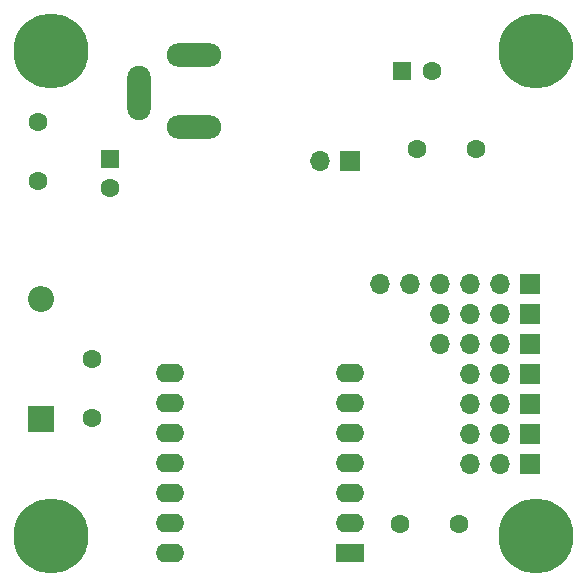
<source format=gbs>
%TF.GenerationSoftware,KiCad,Pcbnew,(6.0.1)*%
%TF.CreationDate,2022-06-03T05:47:02-04:00*%
%TF.ProjectId,QTPy49,51545079-3439-42e6-9b69-6361645f7063,rev?*%
%TF.SameCoordinates,Original*%
%TF.FileFunction,Soldermask,Bot*%
%TF.FilePolarity,Negative*%
%FSLAX46Y46*%
G04 Gerber Fmt 4.6, Leading zero omitted, Abs format (unit mm)*
G04 Created by KiCad (PCBNEW (6.0.1)) date 2022-06-03 05:47:02*
%MOMM*%
%LPD*%
G01*
G04 APERTURE LIST*
%ADD10R,1.700000X1.700000*%
%ADD11O,1.700000X1.700000*%
%ADD12C,6.350000*%
%ADD13C,1.600000*%
%ADD14R,1.600000X1.600000*%
%ADD15O,4.600000X2.000000*%
%ADD16O,2.000000X4.600000*%
%ADD17R,2.400000X1.600000*%
%ADD18O,2.400000X1.600000*%
%ADD19R,2.200000X2.200000*%
%ADD20O,2.200000X2.200000*%
G04 APERTURE END LIST*
D10*
%TO.C,J7*%
X44547282Y-33823482D03*
D11*
X42007282Y-33823482D03*
X39467282Y-33823482D03*
%TD*%
D12*
%TO.C,MTG1*%
X4000000Y-4000000D03*
%TD*%
%TO.C,MTG2*%
X45000000Y-4000000D03*
%TD*%
%TO.C,MTG4*%
X45000000Y-45000000D03*
%TD*%
D10*
%TO.C,J9*%
X44547282Y-38903482D03*
D11*
X42007282Y-38903482D03*
X39467282Y-38903482D03*
%TD*%
D10*
%TO.C,J8*%
X44532282Y-36363482D03*
D11*
X41992282Y-36363482D03*
X39452282Y-36363482D03*
%TD*%
D13*
%TO.C,C5*%
X7463282Y-35053482D03*
X7463282Y-30053482D03*
%TD*%
D12*
%TO.C,MTG3*%
X4000000Y-45000000D03*
%TD*%
D14*
%TO.C,C2*%
X8987282Y-13083103D03*
D13*
X8987282Y-15583103D03*
%TD*%
D14*
%TO.C,C3*%
X33712903Y-5629482D03*
D13*
X36212903Y-5629482D03*
%TD*%
D15*
%TO.C,J1*%
X16047282Y-10443400D03*
X16047282Y-4343400D03*
D16*
X11447282Y-7543400D03*
%TD*%
D10*
%TO.C,J3*%
X44547282Y-23663482D03*
D11*
X42007282Y-23663482D03*
X39467282Y-23663482D03*
X36927282Y-23663482D03*
X34387282Y-23663482D03*
X31847282Y-23663482D03*
%TD*%
D13*
%TO.C,C1*%
X2891282Y-9987482D03*
X2891282Y-14987482D03*
%TD*%
D10*
%TO.C,J6*%
X44532282Y-31283482D03*
D11*
X41992282Y-31283482D03*
X39452282Y-31283482D03*
%TD*%
D10*
%TO.C,J5*%
X44537282Y-28743482D03*
D11*
X41997282Y-28743482D03*
X39457282Y-28743482D03*
X36917282Y-28743482D03*
%TD*%
D10*
%TO.C,J2*%
X29312282Y-13249482D03*
D11*
X26772282Y-13249482D03*
%TD*%
D13*
%TO.C,C6*%
X38474600Y-44000000D03*
X33474600Y-44000000D03*
%TD*%
D17*
%TO.C,BRD1*%
X29307282Y-46447282D03*
D18*
X29307282Y-43907282D03*
X29307282Y-41367282D03*
X29307282Y-38827282D03*
X29307282Y-36287282D03*
X29307282Y-33747282D03*
X29307282Y-31207282D03*
X14067282Y-31207282D03*
X14067282Y-33747282D03*
X14067282Y-36287282D03*
X14067282Y-38827282D03*
X14067282Y-41367282D03*
X14067282Y-43907282D03*
X14067282Y-46447282D03*
%TD*%
D13*
%TO.C,C4*%
X34935282Y-12233482D03*
X39935282Y-12233482D03*
%TD*%
D10*
%TO.C,J4*%
X44547282Y-26203482D03*
D11*
X42007282Y-26203482D03*
X39467282Y-26203482D03*
X36927282Y-26203482D03*
%TD*%
D19*
%TO.C,D1*%
X3145282Y-35093482D03*
D20*
X3145282Y-24933482D03*
%TD*%
M02*

</source>
